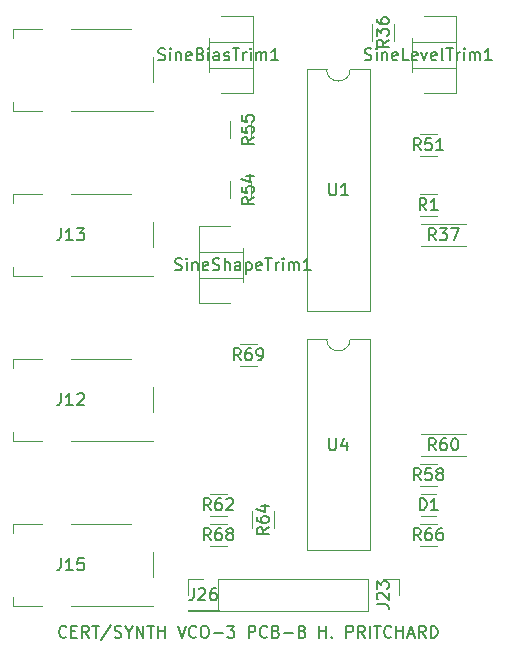
<source format=gbr>
%TF.GenerationSoftware,KiCad,Pcbnew,(6.0.5)*%
%TF.CreationDate,2023-05-17T00:25:04-04:00*%
%TF.ProjectId,as3340_no_mux,61733333-3430-45f6-9e6f-5f6d75782e6b,rev?*%
%TF.SameCoordinates,Original*%
%TF.FileFunction,Legend,Top*%
%TF.FilePolarity,Positive*%
%FSLAX46Y46*%
G04 Gerber Fmt 4.6, Leading zero omitted, Abs format (unit mm)*
G04 Created by KiCad (PCBNEW (6.0.5)) date 2023-05-17 00:25:04*
%MOMM*%
%LPD*%
G01*
G04 APERTURE LIST*
%ADD10C,0.150000*%
%ADD11C,0.120000*%
G04 APERTURE END LIST*
D10*
X95085238Y-155932142D02*
X95037619Y-155979761D01*
X94894761Y-156027380D01*
X94799523Y-156027380D01*
X94656666Y-155979761D01*
X94561428Y-155884523D01*
X94513809Y-155789285D01*
X94466190Y-155598809D01*
X94466190Y-155455952D01*
X94513809Y-155265476D01*
X94561428Y-155170238D01*
X94656666Y-155075000D01*
X94799523Y-155027380D01*
X94894761Y-155027380D01*
X95037619Y-155075000D01*
X95085238Y-155122619D01*
X95513809Y-155503571D02*
X95847142Y-155503571D01*
X95990000Y-156027380D02*
X95513809Y-156027380D01*
X95513809Y-155027380D01*
X95990000Y-155027380D01*
X96990000Y-156027380D02*
X96656666Y-155551190D01*
X96418571Y-156027380D02*
X96418571Y-155027380D01*
X96799523Y-155027380D01*
X96894761Y-155075000D01*
X96942380Y-155122619D01*
X96990000Y-155217857D01*
X96990000Y-155360714D01*
X96942380Y-155455952D01*
X96894761Y-155503571D01*
X96799523Y-155551190D01*
X96418571Y-155551190D01*
X97275714Y-155027380D02*
X97847142Y-155027380D01*
X97561428Y-156027380D02*
X97561428Y-155027380D01*
X98894761Y-154979761D02*
X98037619Y-156265476D01*
X99180476Y-155979761D02*
X99323333Y-156027380D01*
X99561428Y-156027380D01*
X99656666Y-155979761D01*
X99704285Y-155932142D01*
X99751904Y-155836904D01*
X99751904Y-155741666D01*
X99704285Y-155646428D01*
X99656666Y-155598809D01*
X99561428Y-155551190D01*
X99370952Y-155503571D01*
X99275714Y-155455952D01*
X99228095Y-155408333D01*
X99180476Y-155313095D01*
X99180476Y-155217857D01*
X99228095Y-155122619D01*
X99275714Y-155075000D01*
X99370952Y-155027380D01*
X99609047Y-155027380D01*
X99751904Y-155075000D01*
X100370952Y-155551190D02*
X100370952Y-156027380D01*
X100037619Y-155027380D02*
X100370952Y-155551190D01*
X100704285Y-155027380D01*
X101037619Y-156027380D02*
X101037619Y-155027380D01*
X101609047Y-156027380D01*
X101609047Y-155027380D01*
X101942380Y-155027380D02*
X102513809Y-155027380D01*
X102228095Y-156027380D02*
X102228095Y-155027380D01*
X102847142Y-156027380D02*
X102847142Y-155027380D01*
X102847142Y-155503571D02*
X103418571Y-155503571D01*
X103418571Y-156027380D02*
X103418571Y-155027380D01*
X104513809Y-155027380D02*
X104847142Y-156027380D01*
X105180476Y-155027380D01*
X106085238Y-155932142D02*
X106037619Y-155979761D01*
X105894761Y-156027380D01*
X105799523Y-156027380D01*
X105656666Y-155979761D01*
X105561428Y-155884523D01*
X105513809Y-155789285D01*
X105466190Y-155598809D01*
X105466190Y-155455952D01*
X105513809Y-155265476D01*
X105561428Y-155170238D01*
X105656666Y-155075000D01*
X105799523Y-155027380D01*
X105894761Y-155027380D01*
X106037619Y-155075000D01*
X106085238Y-155122619D01*
X106704285Y-155027380D02*
X106894761Y-155027380D01*
X106990000Y-155075000D01*
X107085238Y-155170238D01*
X107132857Y-155360714D01*
X107132857Y-155694047D01*
X107085238Y-155884523D01*
X106990000Y-155979761D01*
X106894761Y-156027380D01*
X106704285Y-156027380D01*
X106609047Y-155979761D01*
X106513809Y-155884523D01*
X106466190Y-155694047D01*
X106466190Y-155360714D01*
X106513809Y-155170238D01*
X106609047Y-155075000D01*
X106704285Y-155027380D01*
X107561428Y-155646428D02*
X108323333Y-155646428D01*
X108704285Y-155027380D02*
X109323333Y-155027380D01*
X108990000Y-155408333D01*
X109132857Y-155408333D01*
X109228095Y-155455952D01*
X109275714Y-155503571D01*
X109323333Y-155598809D01*
X109323333Y-155836904D01*
X109275714Y-155932142D01*
X109228095Y-155979761D01*
X109132857Y-156027380D01*
X108847142Y-156027380D01*
X108751904Y-155979761D01*
X108704285Y-155932142D01*
X110513809Y-156027380D02*
X110513809Y-155027380D01*
X110894761Y-155027380D01*
X110990000Y-155075000D01*
X111037619Y-155122619D01*
X111085238Y-155217857D01*
X111085238Y-155360714D01*
X111037619Y-155455952D01*
X110990000Y-155503571D01*
X110894761Y-155551190D01*
X110513809Y-155551190D01*
X112085238Y-155932142D02*
X112037619Y-155979761D01*
X111894761Y-156027380D01*
X111799523Y-156027380D01*
X111656666Y-155979761D01*
X111561428Y-155884523D01*
X111513809Y-155789285D01*
X111466190Y-155598809D01*
X111466190Y-155455952D01*
X111513809Y-155265476D01*
X111561428Y-155170238D01*
X111656666Y-155075000D01*
X111799523Y-155027380D01*
X111894761Y-155027380D01*
X112037619Y-155075000D01*
X112085238Y-155122619D01*
X112847142Y-155503571D02*
X112990000Y-155551190D01*
X113037619Y-155598809D01*
X113085238Y-155694047D01*
X113085238Y-155836904D01*
X113037619Y-155932142D01*
X112990000Y-155979761D01*
X112894761Y-156027380D01*
X112513809Y-156027380D01*
X112513809Y-155027380D01*
X112847142Y-155027380D01*
X112942380Y-155075000D01*
X112990000Y-155122619D01*
X113037619Y-155217857D01*
X113037619Y-155313095D01*
X112990000Y-155408333D01*
X112942380Y-155455952D01*
X112847142Y-155503571D01*
X112513809Y-155503571D01*
X113513809Y-155646428D02*
X114275714Y-155646428D01*
X115085238Y-155503571D02*
X115228095Y-155551190D01*
X115275714Y-155598809D01*
X115323333Y-155694047D01*
X115323333Y-155836904D01*
X115275714Y-155932142D01*
X115228095Y-155979761D01*
X115132857Y-156027380D01*
X114751904Y-156027380D01*
X114751904Y-155027380D01*
X115085238Y-155027380D01*
X115180476Y-155075000D01*
X115228095Y-155122619D01*
X115275714Y-155217857D01*
X115275714Y-155313095D01*
X115228095Y-155408333D01*
X115180476Y-155455952D01*
X115085238Y-155503571D01*
X114751904Y-155503571D01*
X116513809Y-156027380D02*
X116513809Y-155027380D01*
X116513809Y-155503571D02*
X117085238Y-155503571D01*
X117085238Y-156027380D02*
X117085238Y-155027380D01*
X117561428Y-155932142D02*
X117609047Y-155979761D01*
X117561428Y-156027380D01*
X117513809Y-155979761D01*
X117561428Y-155932142D01*
X117561428Y-156027380D01*
X118799523Y-156027380D02*
X118799523Y-155027380D01*
X119180476Y-155027380D01*
X119275714Y-155075000D01*
X119323333Y-155122619D01*
X119370952Y-155217857D01*
X119370952Y-155360714D01*
X119323333Y-155455952D01*
X119275714Y-155503571D01*
X119180476Y-155551190D01*
X118799523Y-155551190D01*
X120370952Y-156027380D02*
X120037619Y-155551190D01*
X119799523Y-156027380D02*
X119799523Y-155027380D01*
X120180476Y-155027380D01*
X120275714Y-155075000D01*
X120323333Y-155122619D01*
X120370952Y-155217857D01*
X120370952Y-155360714D01*
X120323333Y-155455952D01*
X120275714Y-155503571D01*
X120180476Y-155551190D01*
X119799523Y-155551190D01*
X120799523Y-156027380D02*
X120799523Y-155027380D01*
X121132857Y-155027380D02*
X121704285Y-155027380D01*
X121418571Y-156027380D02*
X121418571Y-155027380D01*
X122609047Y-155932142D02*
X122561428Y-155979761D01*
X122418571Y-156027380D01*
X122323333Y-156027380D01*
X122180476Y-155979761D01*
X122085238Y-155884523D01*
X122037619Y-155789285D01*
X121990000Y-155598809D01*
X121990000Y-155455952D01*
X122037619Y-155265476D01*
X122085238Y-155170238D01*
X122180476Y-155075000D01*
X122323333Y-155027380D01*
X122418571Y-155027380D01*
X122561428Y-155075000D01*
X122609047Y-155122619D01*
X123037619Y-156027380D02*
X123037619Y-155027380D01*
X123037619Y-155503571D02*
X123609047Y-155503571D01*
X123609047Y-156027380D02*
X123609047Y-155027380D01*
X124037619Y-155741666D02*
X124513809Y-155741666D01*
X123942380Y-156027380D02*
X124275714Y-155027380D01*
X124609047Y-156027380D01*
X125513809Y-156027380D02*
X125180476Y-155551190D01*
X124942380Y-156027380D02*
X124942380Y-155027380D01*
X125323333Y-155027380D01*
X125418571Y-155075000D01*
X125466190Y-155122619D01*
X125513809Y-155217857D01*
X125513809Y-155360714D01*
X125466190Y-155455952D01*
X125418571Y-155503571D01*
X125323333Y-155551190D01*
X124942380Y-155551190D01*
X125942380Y-156027380D02*
X125942380Y-155027380D01*
X126180476Y-155027380D01*
X126323333Y-155075000D01*
X126418571Y-155170238D01*
X126466190Y-155265476D01*
X126513809Y-155455952D01*
X126513809Y-155598809D01*
X126466190Y-155789285D01*
X126418571Y-155884523D01*
X126323333Y-155979761D01*
X126180476Y-156027380D01*
X125942380Y-156027380D01*
%TO.C,SineShapeTrim1*%
X104292904Y-124864261D02*
X104435761Y-124911880D01*
X104673857Y-124911880D01*
X104769095Y-124864261D01*
X104816714Y-124816642D01*
X104864333Y-124721404D01*
X104864333Y-124626166D01*
X104816714Y-124530928D01*
X104769095Y-124483309D01*
X104673857Y-124435690D01*
X104483380Y-124388071D01*
X104388142Y-124340452D01*
X104340523Y-124292833D01*
X104292904Y-124197595D01*
X104292904Y-124102357D01*
X104340523Y-124007119D01*
X104388142Y-123959500D01*
X104483380Y-123911880D01*
X104721476Y-123911880D01*
X104864333Y-123959500D01*
X105292904Y-124911880D02*
X105292904Y-124245214D01*
X105292904Y-123911880D02*
X105245285Y-123959500D01*
X105292904Y-124007119D01*
X105340523Y-123959500D01*
X105292904Y-123911880D01*
X105292904Y-124007119D01*
X105769095Y-124245214D02*
X105769095Y-124911880D01*
X105769095Y-124340452D02*
X105816714Y-124292833D01*
X105911952Y-124245214D01*
X106054809Y-124245214D01*
X106150047Y-124292833D01*
X106197666Y-124388071D01*
X106197666Y-124911880D01*
X107054809Y-124864261D02*
X106959571Y-124911880D01*
X106769095Y-124911880D01*
X106673857Y-124864261D01*
X106626238Y-124769023D01*
X106626238Y-124388071D01*
X106673857Y-124292833D01*
X106769095Y-124245214D01*
X106959571Y-124245214D01*
X107054809Y-124292833D01*
X107102428Y-124388071D01*
X107102428Y-124483309D01*
X106626238Y-124578547D01*
X107483380Y-124864261D02*
X107626238Y-124911880D01*
X107864333Y-124911880D01*
X107959571Y-124864261D01*
X108007190Y-124816642D01*
X108054809Y-124721404D01*
X108054809Y-124626166D01*
X108007190Y-124530928D01*
X107959571Y-124483309D01*
X107864333Y-124435690D01*
X107673857Y-124388071D01*
X107578619Y-124340452D01*
X107531000Y-124292833D01*
X107483380Y-124197595D01*
X107483380Y-124102357D01*
X107531000Y-124007119D01*
X107578619Y-123959500D01*
X107673857Y-123911880D01*
X107911952Y-123911880D01*
X108054809Y-123959500D01*
X108483380Y-124911880D02*
X108483380Y-123911880D01*
X108911952Y-124911880D02*
X108911952Y-124388071D01*
X108864333Y-124292833D01*
X108769095Y-124245214D01*
X108626238Y-124245214D01*
X108531000Y-124292833D01*
X108483380Y-124340452D01*
X109816714Y-124911880D02*
X109816714Y-124388071D01*
X109769095Y-124292833D01*
X109673857Y-124245214D01*
X109483380Y-124245214D01*
X109388142Y-124292833D01*
X109816714Y-124864261D02*
X109721476Y-124911880D01*
X109483380Y-124911880D01*
X109388142Y-124864261D01*
X109340523Y-124769023D01*
X109340523Y-124673785D01*
X109388142Y-124578547D01*
X109483380Y-124530928D01*
X109721476Y-124530928D01*
X109816714Y-124483309D01*
X110292904Y-124245214D02*
X110292904Y-125245214D01*
X110292904Y-124292833D02*
X110388142Y-124245214D01*
X110578619Y-124245214D01*
X110673857Y-124292833D01*
X110721476Y-124340452D01*
X110769095Y-124435690D01*
X110769095Y-124721404D01*
X110721476Y-124816642D01*
X110673857Y-124864261D01*
X110578619Y-124911880D01*
X110388142Y-124911880D01*
X110292904Y-124864261D01*
X111578619Y-124864261D02*
X111483380Y-124911880D01*
X111292904Y-124911880D01*
X111197666Y-124864261D01*
X111150047Y-124769023D01*
X111150047Y-124388071D01*
X111197666Y-124292833D01*
X111292904Y-124245214D01*
X111483380Y-124245214D01*
X111578619Y-124292833D01*
X111626238Y-124388071D01*
X111626238Y-124483309D01*
X111150047Y-124578547D01*
X111911952Y-123911880D02*
X112483380Y-123911880D01*
X112197666Y-124911880D02*
X112197666Y-123911880D01*
X112816714Y-124911880D02*
X112816714Y-124245214D01*
X112816714Y-124435690D02*
X112864333Y-124340452D01*
X112911952Y-124292833D01*
X113007190Y-124245214D01*
X113102428Y-124245214D01*
X113435761Y-124911880D02*
X113435761Y-124245214D01*
X113435761Y-123911880D02*
X113388142Y-123959500D01*
X113435761Y-124007119D01*
X113483380Y-123959500D01*
X113435761Y-123911880D01*
X113435761Y-124007119D01*
X113911952Y-124911880D02*
X113911952Y-124245214D01*
X113911952Y-124340452D02*
X113959571Y-124292833D01*
X114054809Y-124245214D01*
X114197666Y-124245214D01*
X114292904Y-124292833D01*
X114340523Y-124388071D01*
X114340523Y-124911880D01*
X114340523Y-124388071D02*
X114388142Y-124292833D01*
X114483380Y-124245214D01*
X114626238Y-124245214D01*
X114721476Y-124292833D01*
X114769095Y-124388071D01*
X114769095Y-124911880D01*
X115769095Y-124911880D02*
X115197666Y-124911880D01*
X115483380Y-124911880D02*
X115483380Y-123911880D01*
X115388142Y-124054738D01*
X115292904Y-124149976D01*
X115197666Y-124197595D01*
%TO.C,J26*%
X105870476Y-151852380D02*
X105870476Y-152566666D01*
X105822857Y-152709523D01*
X105727619Y-152804761D01*
X105584761Y-152852380D01*
X105489523Y-152852380D01*
X106299047Y-151947619D02*
X106346666Y-151900000D01*
X106441904Y-151852380D01*
X106680000Y-151852380D01*
X106775238Y-151900000D01*
X106822857Y-151947619D01*
X106870476Y-152042857D01*
X106870476Y-152138095D01*
X106822857Y-152280952D01*
X106251428Y-152852380D01*
X106870476Y-152852380D01*
X107727619Y-151852380D02*
X107537142Y-151852380D01*
X107441904Y-151900000D01*
X107394285Y-151947619D01*
X107299047Y-152090476D01*
X107251428Y-152280952D01*
X107251428Y-152661904D01*
X107299047Y-152757142D01*
X107346666Y-152804761D01*
X107441904Y-152852380D01*
X107632380Y-152852380D01*
X107727619Y-152804761D01*
X107775238Y-152757142D01*
X107822857Y-152661904D01*
X107822857Y-152423809D01*
X107775238Y-152328571D01*
X107727619Y-152280952D01*
X107632380Y-152233333D01*
X107441904Y-152233333D01*
X107346666Y-152280952D01*
X107299047Y-152328571D01*
X107251428Y-152423809D01*
%TO.C,R64*%
X112212380Y-146692857D02*
X111736190Y-147026190D01*
X112212380Y-147264285D02*
X111212380Y-147264285D01*
X111212380Y-146883333D01*
X111260000Y-146788095D01*
X111307619Y-146740476D01*
X111402857Y-146692857D01*
X111545714Y-146692857D01*
X111640952Y-146740476D01*
X111688571Y-146788095D01*
X111736190Y-146883333D01*
X111736190Y-147264285D01*
X111212380Y-145835714D02*
X111212380Y-146026190D01*
X111260000Y-146121428D01*
X111307619Y-146169047D01*
X111450476Y-146264285D01*
X111640952Y-146311904D01*
X112021904Y-146311904D01*
X112117142Y-146264285D01*
X112164761Y-146216666D01*
X112212380Y-146121428D01*
X112212380Y-145930952D01*
X112164761Y-145835714D01*
X112117142Y-145788095D01*
X112021904Y-145740476D01*
X111783809Y-145740476D01*
X111688571Y-145788095D01*
X111640952Y-145835714D01*
X111593333Y-145930952D01*
X111593333Y-146121428D01*
X111640952Y-146216666D01*
X111688571Y-146264285D01*
X111783809Y-146311904D01*
X111545714Y-144883333D02*
X112212380Y-144883333D01*
X111164761Y-145121428D02*
X111879047Y-145359523D01*
X111879047Y-144740476D01*
%TO.C,J12*%
X94640476Y-135342380D02*
X94640476Y-136056666D01*
X94592857Y-136199523D01*
X94497619Y-136294761D01*
X94354761Y-136342380D01*
X94259523Y-136342380D01*
X95640476Y-136342380D02*
X95069047Y-136342380D01*
X95354761Y-136342380D02*
X95354761Y-135342380D01*
X95259523Y-135485238D01*
X95164285Y-135580476D01*
X95069047Y-135628095D01*
X96021428Y-135437619D02*
X96069047Y-135390000D01*
X96164285Y-135342380D01*
X96402380Y-135342380D01*
X96497619Y-135390000D01*
X96545238Y-135437619D01*
X96592857Y-135532857D01*
X96592857Y-135628095D01*
X96545238Y-135770952D01*
X95973809Y-136342380D01*
X96592857Y-136342380D01*
%TO.C,U4*%
X117348095Y-139152380D02*
X117348095Y-139961904D01*
X117395714Y-140057142D01*
X117443333Y-140104761D01*
X117538571Y-140152380D01*
X117729047Y-140152380D01*
X117824285Y-140104761D01*
X117871904Y-140057142D01*
X117919523Y-139961904D01*
X117919523Y-139152380D01*
X118824285Y-139485714D02*
X118824285Y-140152380D01*
X118586190Y-139104761D02*
X118348095Y-139819047D01*
X118967142Y-139819047D01*
%TO.C,R60*%
X126357142Y-140152380D02*
X126023809Y-139676190D01*
X125785714Y-140152380D02*
X125785714Y-139152380D01*
X126166666Y-139152380D01*
X126261904Y-139200000D01*
X126309523Y-139247619D01*
X126357142Y-139342857D01*
X126357142Y-139485714D01*
X126309523Y-139580952D01*
X126261904Y-139628571D01*
X126166666Y-139676190D01*
X125785714Y-139676190D01*
X127214285Y-139152380D02*
X127023809Y-139152380D01*
X126928571Y-139200000D01*
X126880952Y-139247619D01*
X126785714Y-139390476D01*
X126738095Y-139580952D01*
X126738095Y-139961904D01*
X126785714Y-140057142D01*
X126833333Y-140104761D01*
X126928571Y-140152380D01*
X127119047Y-140152380D01*
X127214285Y-140104761D01*
X127261904Y-140057142D01*
X127309523Y-139961904D01*
X127309523Y-139723809D01*
X127261904Y-139628571D01*
X127214285Y-139580952D01*
X127119047Y-139533333D01*
X126928571Y-139533333D01*
X126833333Y-139580952D01*
X126785714Y-139628571D01*
X126738095Y-139723809D01*
X127928571Y-139152380D02*
X128023809Y-139152380D01*
X128119047Y-139200000D01*
X128166666Y-139247619D01*
X128214285Y-139342857D01*
X128261904Y-139533333D01*
X128261904Y-139771428D01*
X128214285Y-139961904D01*
X128166666Y-140057142D01*
X128119047Y-140104761D01*
X128023809Y-140152380D01*
X127928571Y-140152380D01*
X127833333Y-140104761D01*
X127785714Y-140057142D01*
X127738095Y-139961904D01*
X127690476Y-139771428D01*
X127690476Y-139533333D01*
X127738095Y-139342857D01*
X127785714Y-139247619D01*
X127833333Y-139200000D01*
X127928571Y-139152380D01*
%TO.C,D1*%
X125011904Y-145232380D02*
X125011904Y-144232380D01*
X125250000Y-144232380D01*
X125392857Y-144280000D01*
X125488095Y-144375238D01*
X125535714Y-144470476D01*
X125583333Y-144660952D01*
X125583333Y-144803809D01*
X125535714Y-144994285D01*
X125488095Y-145089523D01*
X125392857Y-145184761D01*
X125250000Y-145232380D01*
X125011904Y-145232380D01*
X126535714Y-145232380D02*
X125964285Y-145232380D01*
X126250000Y-145232380D02*
X126250000Y-144232380D01*
X126154761Y-144375238D01*
X126059523Y-144470476D01*
X125964285Y-144518095D01*
%TO.C,R66*%
X125087142Y-147772380D02*
X124753809Y-147296190D01*
X124515714Y-147772380D02*
X124515714Y-146772380D01*
X124896666Y-146772380D01*
X124991904Y-146820000D01*
X125039523Y-146867619D01*
X125087142Y-146962857D01*
X125087142Y-147105714D01*
X125039523Y-147200952D01*
X124991904Y-147248571D01*
X124896666Y-147296190D01*
X124515714Y-147296190D01*
X125944285Y-146772380D02*
X125753809Y-146772380D01*
X125658571Y-146820000D01*
X125610952Y-146867619D01*
X125515714Y-147010476D01*
X125468095Y-147200952D01*
X125468095Y-147581904D01*
X125515714Y-147677142D01*
X125563333Y-147724761D01*
X125658571Y-147772380D01*
X125849047Y-147772380D01*
X125944285Y-147724761D01*
X125991904Y-147677142D01*
X126039523Y-147581904D01*
X126039523Y-147343809D01*
X125991904Y-147248571D01*
X125944285Y-147200952D01*
X125849047Y-147153333D01*
X125658571Y-147153333D01*
X125563333Y-147200952D01*
X125515714Y-147248571D01*
X125468095Y-147343809D01*
X126896666Y-146772380D02*
X126706190Y-146772380D01*
X126610952Y-146820000D01*
X126563333Y-146867619D01*
X126468095Y-147010476D01*
X126420476Y-147200952D01*
X126420476Y-147581904D01*
X126468095Y-147677142D01*
X126515714Y-147724761D01*
X126610952Y-147772380D01*
X126801428Y-147772380D01*
X126896666Y-147724761D01*
X126944285Y-147677142D01*
X126991904Y-147581904D01*
X126991904Y-147343809D01*
X126944285Y-147248571D01*
X126896666Y-147200952D01*
X126801428Y-147153333D01*
X126610952Y-147153333D01*
X126515714Y-147200952D01*
X126468095Y-147248571D01*
X126420476Y-147343809D01*
%TO.C,J23*%
X121372380Y-153209523D02*
X122086666Y-153209523D01*
X122229523Y-153257142D01*
X122324761Y-153352380D01*
X122372380Y-153495238D01*
X122372380Y-153590476D01*
X121467619Y-152780952D02*
X121420000Y-152733333D01*
X121372380Y-152638095D01*
X121372380Y-152400000D01*
X121420000Y-152304761D01*
X121467619Y-152257142D01*
X121562857Y-152209523D01*
X121658095Y-152209523D01*
X121800952Y-152257142D01*
X122372380Y-152828571D01*
X122372380Y-152209523D01*
X121372380Y-151876190D02*
X121372380Y-151257142D01*
X121753333Y-151590476D01*
X121753333Y-151447619D01*
X121800952Y-151352380D01*
X121848571Y-151304761D01*
X121943809Y-151257142D01*
X122181904Y-151257142D01*
X122277142Y-151304761D01*
X122324761Y-151352380D01*
X122372380Y-151447619D01*
X122372380Y-151733333D01*
X122324761Y-151828571D01*
X122277142Y-151876190D01*
%TO.C,R55*%
X110942380Y-113672857D02*
X110466190Y-114006190D01*
X110942380Y-114244285D02*
X109942380Y-114244285D01*
X109942380Y-113863333D01*
X109990000Y-113768095D01*
X110037619Y-113720476D01*
X110132857Y-113672857D01*
X110275714Y-113672857D01*
X110370952Y-113720476D01*
X110418571Y-113768095D01*
X110466190Y-113863333D01*
X110466190Y-114244285D01*
X109942380Y-112768095D02*
X109942380Y-113244285D01*
X110418571Y-113291904D01*
X110370952Y-113244285D01*
X110323333Y-113149047D01*
X110323333Y-112910952D01*
X110370952Y-112815714D01*
X110418571Y-112768095D01*
X110513809Y-112720476D01*
X110751904Y-112720476D01*
X110847142Y-112768095D01*
X110894761Y-112815714D01*
X110942380Y-112910952D01*
X110942380Y-113149047D01*
X110894761Y-113244285D01*
X110847142Y-113291904D01*
X109942380Y-111815714D02*
X109942380Y-112291904D01*
X110418571Y-112339523D01*
X110370952Y-112291904D01*
X110323333Y-112196666D01*
X110323333Y-111958571D01*
X110370952Y-111863333D01*
X110418571Y-111815714D01*
X110513809Y-111768095D01*
X110751904Y-111768095D01*
X110847142Y-111815714D01*
X110894761Y-111863333D01*
X110942380Y-111958571D01*
X110942380Y-112196666D01*
X110894761Y-112291904D01*
X110847142Y-112339523D01*
%TO.C,R54*%
X110942380Y-118752857D02*
X110466190Y-119086190D01*
X110942380Y-119324285D02*
X109942380Y-119324285D01*
X109942380Y-118943333D01*
X109990000Y-118848095D01*
X110037619Y-118800476D01*
X110132857Y-118752857D01*
X110275714Y-118752857D01*
X110370952Y-118800476D01*
X110418571Y-118848095D01*
X110466190Y-118943333D01*
X110466190Y-119324285D01*
X109942380Y-117848095D02*
X109942380Y-118324285D01*
X110418571Y-118371904D01*
X110370952Y-118324285D01*
X110323333Y-118229047D01*
X110323333Y-117990952D01*
X110370952Y-117895714D01*
X110418571Y-117848095D01*
X110513809Y-117800476D01*
X110751904Y-117800476D01*
X110847142Y-117848095D01*
X110894761Y-117895714D01*
X110942380Y-117990952D01*
X110942380Y-118229047D01*
X110894761Y-118324285D01*
X110847142Y-118371904D01*
X110275714Y-116943333D02*
X110942380Y-116943333D01*
X109894761Y-117181428D02*
X110609047Y-117419523D01*
X110609047Y-116800476D01*
%TO.C,R1*%
X125563333Y-119832380D02*
X125230000Y-119356190D01*
X124991904Y-119832380D02*
X124991904Y-118832380D01*
X125372857Y-118832380D01*
X125468095Y-118880000D01*
X125515714Y-118927619D01*
X125563333Y-119022857D01*
X125563333Y-119165714D01*
X125515714Y-119260952D01*
X125468095Y-119308571D01*
X125372857Y-119356190D01*
X124991904Y-119356190D01*
X126515714Y-119832380D02*
X125944285Y-119832380D01*
X126230000Y-119832380D02*
X126230000Y-118832380D01*
X126134761Y-118975238D01*
X126039523Y-119070476D01*
X125944285Y-119118095D01*
%TO.C,R62*%
X107307142Y-145232380D02*
X106973809Y-144756190D01*
X106735714Y-145232380D02*
X106735714Y-144232380D01*
X107116666Y-144232380D01*
X107211904Y-144280000D01*
X107259523Y-144327619D01*
X107307142Y-144422857D01*
X107307142Y-144565714D01*
X107259523Y-144660952D01*
X107211904Y-144708571D01*
X107116666Y-144756190D01*
X106735714Y-144756190D01*
X108164285Y-144232380D02*
X107973809Y-144232380D01*
X107878571Y-144280000D01*
X107830952Y-144327619D01*
X107735714Y-144470476D01*
X107688095Y-144660952D01*
X107688095Y-145041904D01*
X107735714Y-145137142D01*
X107783333Y-145184761D01*
X107878571Y-145232380D01*
X108069047Y-145232380D01*
X108164285Y-145184761D01*
X108211904Y-145137142D01*
X108259523Y-145041904D01*
X108259523Y-144803809D01*
X108211904Y-144708571D01*
X108164285Y-144660952D01*
X108069047Y-144613333D01*
X107878571Y-144613333D01*
X107783333Y-144660952D01*
X107735714Y-144708571D01*
X107688095Y-144803809D01*
X108640476Y-144327619D02*
X108688095Y-144280000D01*
X108783333Y-144232380D01*
X109021428Y-144232380D01*
X109116666Y-144280000D01*
X109164285Y-144327619D01*
X109211904Y-144422857D01*
X109211904Y-144518095D01*
X109164285Y-144660952D01*
X108592857Y-145232380D01*
X109211904Y-145232380D01*
%TO.C,U1*%
X117358095Y-117562380D02*
X117358095Y-118371904D01*
X117405714Y-118467142D01*
X117453333Y-118514761D01*
X117548571Y-118562380D01*
X117739047Y-118562380D01*
X117834285Y-118514761D01*
X117881904Y-118467142D01*
X117929523Y-118371904D01*
X117929523Y-117562380D01*
X118929523Y-118562380D02*
X118358095Y-118562380D01*
X118643809Y-118562380D02*
X118643809Y-117562380D01*
X118548571Y-117705238D01*
X118453333Y-117800476D01*
X118358095Y-117848095D01*
%TO.C,SineBiasTrim1*%
X102878571Y-107084761D02*
X103021428Y-107132380D01*
X103259523Y-107132380D01*
X103354761Y-107084761D01*
X103402380Y-107037142D01*
X103450000Y-106941904D01*
X103450000Y-106846666D01*
X103402380Y-106751428D01*
X103354761Y-106703809D01*
X103259523Y-106656190D01*
X103069047Y-106608571D01*
X102973809Y-106560952D01*
X102926190Y-106513333D01*
X102878571Y-106418095D01*
X102878571Y-106322857D01*
X102926190Y-106227619D01*
X102973809Y-106180000D01*
X103069047Y-106132380D01*
X103307142Y-106132380D01*
X103450000Y-106180000D01*
X103878571Y-107132380D02*
X103878571Y-106465714D01*
X103878571Y-106132380D02*
X103830952Y-106180000D01*
X103878571Y-106227619D01*
X103926190Y-106180000D01*
X103878571Y-106132380D01*
X103878571Y-106227619D01*
X104354761Y-106465714D02*
X104354761Y-107132380D01*
X104354761Y-106560952D02*
X104402380Y-106513333D01*
X104497619Y-106465714D01*
X104640476Y-106465714D01*
X104735714Y-106513333D01*
X104783333Y-106608571D01*
X104783333Y-107132380D01*
X105640476Y-107084761D02*
X105545238Y-107132380D01*
X105354761Y-107132380D01*
X105259523Y-107084761D01*
X105211904Y-106989523D01*
X105211904Y-106608571D01*
X105259523Y-106513333D01*
X105354761Y-106465714D01*
X105545238Y-106465714D01*
X105640476Y-106513333D01*
X105688095Y-106608571D01*
X105688095Y-106703809D01*
X105211904Y-106799047D01*
X106450000Y-106608571D02*
X106592857Y-106656190D01*
X106640476Y-106703809D01*
X106688095Y-106799047D01*
X106688095Y-106941904D01*
X106640476Y-107037142D01*
X106592857Y-107084761D01*
X106497619Y-107132380D01*
X106116666Y-107132380D01*
X106116666Y-106132380D01*
X106450000Y-106132380D01*
X106545238Y-106180000D01*
X106592857Y-106227619D01*
X106640476Y-106322857D01*
X106640476Y-106418095D01*
X106592857Y-106513333D01*
X106545238Y-106560952D01*
X106450000Y-106608571D01*
X106116666Y-106608571D01*
X107116666Y-107132380D02*
X107116666Y-106465714D01*
X107116666Y-106132380D02*
X107069047Y-106180000D01*
X107116666Y-106227619D01*
X107164285Y-106180000D01*
X107116666Y-106132380D01*
X107116666Y-106227619D01*
X108021428Y-107132380D02*
X108021428Y-106608571D01*
X107973809Y-106513333D01*
X107878571Y-106465714D01*
X107688095Y-106465714D01*
X107592857Y-106513333D01*
X108021428Y-107084761D02*
X107926190Y-107132380D01*
X107688095Y-107132380D01*
X107592857Y-107084761D01*
X107545238Y-106989523D01*
X107545238Y-106894285D01*
X107592857Y-106799047D01*
X107688095Y-106751428D01*
X107926190Y-106751428D01*
X108021428Y-106703809D01*
X108450000Y-107084761D02*
X108545238Y-107132380D01*
X108735714Y-107132380D01*
X108830952Y-107084761D01*
X108878571Y-106989523D01*
X108878571Y-106941904D01*
X108830952Y-106846666D01*
X108735714Y-106799047D01*
X108592857Y-106799047D01*
X108497619Y-106751428D01*
X108450000Y-106656190D01*
X108450000Y-106608571D01*
X108497619Y-106513333D01*
X108592857Y-106465714D01*
X108735714Y-106465714D01*
X108830952Y-106513333D01*
X109164285Y-106132380D02*
X109735714Y-106132380D01*
X109450000Y-107132380D02*
X109450000Y-106132380D01*
X110069047Y-107132380D02*
X110069047Y-106465714D01*
X110069047Y-106656190D02*
X110116666Y-106560952D01*
X110164285Y-106513333D01*
X110259523Y-106465714D01*
X110354761Y-106465714D01*
X110688095Y-107132380D02*
X110688095Y-106465714D01*
X110688095Y-106132380D02*
X110640476Y-106180000D01*
X110688095Y-106227619D01*
X110735714Y-106180000D01*
X110688095Y-106132380D01*
X110688095Y-106227619D01*
X111164285Y-107132380D02*
X111164285Y-106465714D01*
X111164285Y-106560952D02*
X111211904Y-106513333D01*
X111307142Y-106465714D01*
X111450000Y-106465714D01*
X111545238Y-106513333D01*
X111592857Y-106608571D01*
X111592857Y-107132380D01*
X111592857Y-106608571D02*
X111640476Y-106513333D01*
X111735714Y-106465714D01*
X111878571Y-106465714D01*
X111973809Y-106513333D01*
X112021428Y-106608571D01*
X112021428Y-107132380D01*
X113021428Y-107132380D02*
X112450000Y-107132380D01*
X112735714Y-107132380D02*
X112735714Y-106132380D01*
X112640476Y-106275238D01*
X112545238Y-106370476D01*
X112450000Y-106418095D01*
%TO.C,R69*%
X109847142Y-132532380D02*
X109513809Y-132056190D01*
X109275714Y-132532380D02*
X109275714Y-131532380D01*
X109656666Y-131532380D01*
X109751904Y-131580000D01*
X109799523Y-131627619D01*
X109847142Y-131722857D01*
X109847142Y-131865714D01*
X109799523Y-131960952D01*
X109751904Y-132008571D01*
X109656666Y-132056190D01*
X109275714Y-132056190D01*
X110704285Y-131532380D02*
X110513809Y-131532380D01*
X110418571Y-131580000D01*
X110370952Y-131627619D01*
X110275714Y-131770476D01*
X110228095Y-131960952D01*
X110228095Y-132341904D01*
X110275714Y-132437142D01*
X110323333Y-132484761D01*
X110418571Y-132532380D01*
X110609047Y-132532380D01*
X110704285Y-132484761D01*
X110751904Y-132437142D01*
X110799523Y-132341904D01*
X110799523Y-132103809D01*
X110751904Y-132008571D01*
X110704285Y-131960952D01*
X110609047Y-131913333D01*
X110418571Y-131913333D01*
X110323333Y-131960952D01*
X110275714Y-132008571D01*
X110228095Y-132103809D01*
X111275714Y-132532380D02*
X111466190Y-132532380D01*
X111561428Y-132484761D01*
X111609047Y-132437142D01*
X111704285Y-132294285D01*
X111751904Y-132103809D01*
X111751904Y-131722857D01*
X111704285Y-131627619D01*
X111656666Y-131580000D01*
X111561428Y-131532380D01*
X111370952Y-131532380D01*
X111275714Y-131580000D01*
X111228095Y-131627619D01*
X111180476Y-131722857D01*
X111180476Y-131960952D01*
X111228095Y-132056190D01*
X111275714Y-132103809D01*
X111370952Y-132151428D01*
X111561428Y-132151428D01*
X111656666Y-132103809D01*
X111704285Y-132056190D01*
X111751904Y-131960952D01*
%TO.C,J13*%
X94640476Y-121372380D02*
X94640476Y-122086666D01*
X94592857Y-122229523D01*
X94497619Y-122324761D01*
X94354761Y-122372380D01*
X94259523Y-122372380D01*
X95640476Y-122372380D02*
X95069047Y-122372380D01*
X95354761Y-122372380D02*
X95354761Y-121372380D01*
X95259523Y-121515238D01*
X95164285Y-121610476D01*
X95069047Y-121658095D01*
X95973809Y-121372380D02*
X96592857Y-121372380D01*
X96259523Y-121753333D01*
X96402380Y-121753333D01*
X96497619Y-121800952D01*
X96545238Y-121848571D01*
X96592857Y-121943809D01*
X96592857Y-122181904D01*
X96545238Y-122277142D01*
X96497619Y-122324761D01*
X96402380Y-122372380D01*
X96116666Y-122372380D01*
X96021428Y-122324761D01*
X95973809Y-122277142D01*
%TO.C,R68*%
X107307142Y-147772380D02*
X106973809Y-147296190D01*
X106735714Y-147772380D02*
X106735714Y-146772380D01*
X107116666Y-146772380D01*
X107211904Y-146820000D01*
X107259523Y-146867619D01*
X107307142Y-146962857D01*
X107307142Y-147105714D01*
X107259523Y-147200952D01*
X107211904Y-147248571D01*
X107116666Y-147296190D01*
X106735714Y-147296190D01*
X108164285Y-146772380D02*
X107973809Y-146772380D01*
X107878571Y-146820000D01*
X107830952Y-146867619D01*
X107735714Y-147010476D01*
X107688095Y-147200952D01*
X107688095Y-147581904D01*
X107735714Y-147677142D01*
X107783333Y-147724761D01*
X107878571Y-147772380D01*
X108069047Y-147772380D01*
X108164285Y-147724761D01*
X108211904Y-147677142D01*
X108259523Y-147581904D01*
X108259523Y-147343809D01*
X108211904Y-147248571D01*
X108164285Y-147200952D01*
X108069047Y-147153333D01*
X107878571Y-147153333D01*
X107783333Y-147200952D01*
X107735714Y-147248571D01*
X107688095Y-147343809D01*
X108830952Y-147200952D02*
X108735714Y-147153333D01*
X108688095Y-147105714D01*
X108640476Y-147010476D01*
X108640476Y-146962857D01*
X108688095Y-146867619D01*
X108735714Y-146820000D01*
X108830952Y-146772380D01*
X109021428Y-146772380D01*
X109116666Y-146820000D01*
X109164285Y-146867619D01*
X109211904Y-146962857D01*
X109211904Y-147010476D01*
X109164285Y-147105714D01*
X109116666Y-147153333D01*
X109021428Y-147200952D01*
X108830952Y-147200952D01*
X108735714Y-147248571D01*
X108688095Y-147296190D01*
X108640476Y-147391428D01*
X108640476Y-147581904D01*
X108688095Y-147677142D01*
X108735714Y-147724761D01*
X108830952Y-147772380D01*
X109021428Y-147772380D01*
X109116666Y-147724761D01*
X109164285Y-147677142D01*
X109211904Y-147581904D01*
X109211904Y-147391428D01*
X109164285Y-147296190D01*
X109116666Y-147248571D01*
X109021428Y-147200952D01*
%TO.C,R37*%
X126357142Y-122372380D02*
X126023809Y-121896190D01*
X125785714Y-122372380D02*
X125785714Y-121372380D01*
X126166666Y-121372380D01*
X126261904Y-121420000D01*
X126309523Y-121467619D01*
X126357142Y-121562857D01*
X126357142Y-121705714D01*
X126309523Y-121800952D01*
X126261904Y-121848571D01*
X126166666Y-121896190D01*
X125785714Y-121896190D01*
X126690476Y-121372380D02*
X127309523Y-121372380D01*
X126976190Y-121753333D01*
X127119047Y-121753333D01*
X127214285Y-121800952D01*
X127261904Y-121848571D01*
X127309523Y-121943809D01*
X127309523Y-122181904D01*
X127261904Y-122277142D01*
X127214285Y-122324761D01*
X127119047Y-122372380D01*
X126833333Y-122372380D01*
X126738095Y-122324761D01*
X126690476Y-122277142D01*
X127642857Y-121372380D02*
X128309523Y-121372380D01*
X127880952Y-122372380D01*
%TO.C,R58*%
X125087142Y-142692380D02*
X124753809Y-142216190D01*
X124515714Y-142692380D02*
X124515714Y-141692380D01*
X124896666Y-141692380D01*
X124991904Y-141740000D01*
X125039523Y-141787619D01*
X125087142Y-141882857D01*
X125087142Y-142025714D01*
X125039523Y-142120952D01*
X124991904Y-142168571D01*
X124896666Y-142216190D01*
X124515714Y-142216190D01*
X125991904Y-141692380D02*
X125515714Y-141692380D01*
X125468095Y-142168571D01*
X125515714Y-142120952D01*
X125610952Y-142073333D01*
X125849047Y-142073333D01*
X125944285Y-142120952D01*
X125991904Y-142168571D01*
X126039523Y-142263809D01*
X126039523Y-142501904D01*
X125991904Y-142597142D01*
X125944285Y-142644761D01*
X125849047Y-142692380D01*
X125610952Y-142692380D01*
X125515714Y-142644761D01*
X125468095Y-142597142D01*
X126610952Y-142120952D02*
X126515714Y-142073333D01*
X126468095Y-142025714D01*
X126420476Y-141930476D01*
X126420476Y-141882857D01*
X126468095Y-141787619D01*
X126515714Y-141740000D01*
X126610952Y-141692380D01*
X126801428Y-141692380D01*
X126896666Y-141740000D01*
X126944285Y-141787619D01*
X126991904Y-141882857D01*
X126991904Y-141930476D01*
X126944285Y-142025714D01*
X126896666Y-142073333D01*
X126801428Y-142120952D01*
X126610952Y-142120952D01*
X126515714Y-142168571D01*
X126468095Y-142216190D01*
X126420476Y-142311428D01*
X126420476Y-142501904D01*
X126468095Y-142597142D01*
X126515714Y-142644761D01*
X126610952Y-142692380D01*
X126801428Y-142692380D01*
X126896666Y-142644761D01*
X126944285Y-142597142D01*
X126991904Y-142501904D01*
X126991904Y-142311428D01*
X126944285Y-142216190D01*
X126896666Y-142168571D01*
X126801428Y-142120952D01*
%TO.C,J15*%
X94640476Y-149312380D02*
X94640476Y-150026666D01*
X94592857Y-150169523D01*
X94497619Y-150264761D01*
X94354761Y-150312380D01*
X94259523Y-150312380D01*
X95640476Y-150312380D02*
X95069047Y-150312380D01*
X95354761Y-150312380D02*
X95354761Y-149312380D01*
X95259523Y-149455238D01*
X95164285Y-149550476D01*
X95069047Y-149598095D01*
X96545238Y-149312380D02*
X96069047Y-149312380D01*
X96021428Y-149788571D01*
X96069047Y-149740952D01*
X96164285Y-149693333D01*
X96402380Y-149693333D01*
X96497619Y-149740952D01*
X96545238Y-149788571D01*
X96592857Y-149883809D01*
X96592857Y-150121904D01*
X96545238Y-150217142D01*
X96497619Y-150264761D01*
X96402380Y-150312380D01*
X96164285Y-150312380D01*
X96069047Y-150264761D01*
X96021428Y-150217142D01*
%TO.C,R51*%
X125087142Y-114752380D02*
X124753809Y-114276190D01*
X124515714Y-114752380D02*
X124515714Y-113752380D01*
X124896666Y-113752380D01*
X124991904Y-113800000D01*
X125039523Y-113847619D01*
X125087142Y-113942857D01*
X125087142Y-114085714D01*
X125039523Y-114180952D01*
X124991904Y-114228571D01*
X124896666Y-114276190D01*
X124515714Y-114276190D01*
X125991904Y-113752380D02*
X125515714Y-113752380D01*
X125468095Y-114228571D01*
X125515714Y-114180952D01*
X125610952Y-114133333D01*
X125849047Y-114133333D01*
X125944285Y-114180952D01*
X125991904Y-114228571D01*
X126039523Y-114323809D01*
X126039523Y-114561904D01*
X125991904Y-114657142D01*
X125944285Y-114704761D01*
X125849047Y-114752380D01*
X125610952Y-114752380D01*
X125515714Y-114704761D01*
X125468095Y-114657142D01*
X126991904Y-114752380D02*
X126420476Y-114752380D01*
X126706190Y-114752380D02*
X126706190Y-113752380D01*
X126610952Y-113895238D01*
X126515714Y-113990476D01*
X126420476Y-114038095D01*
%TO.C,SineLevelTrim1*%
X120349047Y-107084761D02*
X120491904Y-107132380D01*
X120730000Y-107132380D01*
X120825238Y-107084761D01*
X120872857Y-107037142D01*
X120920476Y-106941904D01*
X120920476Y-106846666D01*
X120872857Y-106751428D01*
X120825238Y-106703809D01*
X120730000Y-106656190D01*
X120539523Y-106608571D01*
X120444285Y-106560952D01*
X120396666Y-106513333D01*
X120349047Y-106418095D01*
X120349047Y-106322857D01*
X120396666Y-106227619D01*
X120444285Y-106180000D01*
X120539523Y-106132380D01*
X120777619Y-106132380D01*
X120920476Y-106180000D01*
X121349047Y-107132380D02*
X121349047Y-106465714D01*
X121349047Y-106132380D02*
X121301428Y-106180000D01*
X121349047Y-106227619D01*
X121396666Y-106180000D01*
X121349047Y-106132380D01*
X121349047Y-106227619D01*
X121825238Y-106465714D02*
X121825238Y-107132380D01*
X121825238Y-106560952D02*
X121872857Y-106513333D01*
X121968095Y-106465714D01*
X122110952Y-106465714D01*
X122206190Y-106513333D01*
X122253809Y-106608571D01*
X122253809Y-107132380D01*
X123110952Y-107084761D02*
X123015714Y-107132380D01*
X122825238Y-107132380D01*
X122730000Y-107084761D01*
X122682380Y-106989523D01*
X122682380Y-106608571D01*
X122730000Y-106513333D01*
X122825238Y-106465714D01*
X123015714Y-106465714D01*
X123110952Y-106513333D01*
X123158571Y-106608571D01*
X123158571Y-106703809D01*
X122682380Y-106799047D01*
X124063333Y-107132380D02*
X123587142Y-107132380D01*
X123587142Y-106132380D01*
X124777619Y-107084761D02*
X124682380Y-107132380D01*
X124491904Y-107132380D01*
X124396666Y-107084761D01*
X124349047Y-106989523D01*
X124349047Y-106608571D01*
X124396666Y-106513333D01*
X124491904Y-106465714D01*
X124682380Y-106465714D01*
X124777619Y-106513333D01*
X124825238Y-106608571D01*
X124825238Y-106703809D01*
X124349047Y-106799047D01*
X125158571Y-106465714D02*
X125396666Y-107132380D01*
X125634761Y-106465714D01*
X126396666Y-107084761D02*
X126301428Y-107132380D01*
X126110952Y-107132380D01*
X126015714Y-107084761D01*
X125968095Y-106989523D01*
X125968095Y-106608571D01*
X126015714Y-106513333D01*
X126110952Y-106465714D01*
X126301428Y-106465714D01*
X126396666Y-106513333D01*
X126444285Y-106608571D01*
X126444285Y-106703809D01*
X125968095Y-106799047D01*
X127015714Y-107132380D02*
X126920476Y-107084761D01*
X126872857Y-106989523D01*
X126872857Y-106132380D01*
X127253809Y-106132380D02*
X127825238Y-106132380D01*
X127539523Y-107132380D02*
X127539523Y-106132380D01*
X128158571Y-107132380D02*
X128158571Y-106465714D01*
X128158571Y-106656190D02*
X128206190Y-106560952D01*
X128253809Y-106513333D01*
X128349047Y-106465714D01*
X128444285Y-106465714D01*
X128777619Y-107132380D02*
X128777619Y-106465714D01*
X128777619Y-106132380D02*
X128730000Y-106180000D01*
X128777619Y-106227619D01*
X128825238Y-106180000D01*
X128777619Y-106132380D01*
X128777619Y-106227619D01*
X129253809Y-107132380D02*
X129253809Y-106465714D01*
X129253809Y-106560952D02*
X129301428Y-106513333D01*
X129396666Y-106465714D01*
X129539523Y-106465714D01*
X129634761Y-106513333D01*
X129682380Y-106608571D01*
X129682380Y-107132380D01*
X129682380Y-106608571D02*
X129730000Y-106513333D01*
X129825238Y-106465714D01*
X129968095Y-106465714D01*
X130063333Y-106513333D01*
X130110952Y-106608571D01*
X130110952Y-107132380D01*
X131110952Y-107132380D02*
X130539523Y-107132380D01*
X130825238Y-107132380D02*
X130825238Y-106132380D01*
X130730000Y-106275238D01*
X130634761Y-106370476D01*
X130539523Y-106418095D01*
%TO.C,R36*%
X122372380Y-105417857D02*
X121896190Y-105751190D01*
X122372380Y-105989285D02*
X121372380Y-105989285D01*
X121372380Y-105608333D01*
X121420000Y-105513095D01*
X121467619Y-105465476D01*
X121562857Y-105417857D01*
X121705714Y-105417857D01*
X121800952Y-105465476D01*
X121848571Y-105513095D01*
X121896190Y-105608333D01*
X121896190Y-105989285D01*
X121372380Y-105084523D02*
X121372380Y-104465476D01*
X121753333Y-104798809D01*
X121753333Y-104655952D01*
X121800952Y-104560714D01*
X121848571Y-104513095D01*
X121943809Y-104465476D01*
X122181904Y-104465476D01*
X122277142Y-104513095D01*
X122324761Y-104560714D01*
X122372380Y-104655952D01*
X122372380Y-104941666D01*
X122324761Y-105036904D01*
X122277142Y-105084523D01*
X121372380Y-103608333D02*
X121372380Y-103798809D01*
X121420000Y-103894047D01*
X121467619Y-103941666D01*
X121610476Y-104036904D01*
X121800952Y-104084523D01*
X122181904Y-104084523D01*
X122277142Y-104036904D01*
X122324761Y-103989285D01*
X122372380Y-103894047D01*
X122372380Y-103703571D01*
X122324761Y-103608333D01*
X122277142Y-103560714D01*
X122181904Y-103513095D01*
X121943809Y-103513095D01*
X121848571Y-103560714D01*
X121800952Y-103608333D01*
X121753333Y-103703571D01*
X121753333Y-103894047D01*
X121800952Y-103989285D01*
X121848571Y-104036904D01*
X121943809Y-104084523D01*
D11*
%TO.C,SineShapeTrim1*%
X110031000Y-125894000D02*
X110031000Y-123025000D01*
X108985000Y-127730000D02*
X106290000Y-127730000D01*
X108985000Y-121190000D02*
X106290000Y-121190000D01*
X106290000Y-125580000D02*
X106290000Y-123340000D01*
X110031000Y-125580000D02*
X110031000Y-123340000D01*
X106290000Y-127730000D02*
X106290000Y-121190000D01*
X110031000Y-123340000D02*
X106290000Y-123340000D01*
X110031000Y-125580000D02*
X106290000Y-125580000D01*
%TO.C,J26*%
X108010000Y-153670000D02*
X108010000Y-153730000D01*
X105350000Y-153670000D02*
X105350000Y-153730000D01*
X105350000Y-151070000D02*
X106680000Y-151070000D01*
X105350000Y-153730000D02*
X108010000Y-153730000D01*
X105350000Y-152400000D02*
X105350000Y-151070000D01*
X105350000Y-153670000D02*
X108010000Y-153670000D01*
%TO.C,R64*%
X112670000Y-145322936D02*
X112670000Y-146777064D01*
X110850000Y-145322936D02*
X110850000Y-146777064D01*
%TO.C,J12*%
X95450000Y-139340000D02*
X102450000Y-139340000D01*
X90550000Y-132440000D02*
X93050000Y-132440000D01*
X102450000Y-134840000D02*
X102450000Y-136940000D01*
X90550000Y-139340000D02*
X90550000Y-138590000D01*
X90550000Y-133190000D02*
X90550000Y-132440000D01*
X95450000Y-132440000D02*
X100550000Y-132440000D01*
X93050000Y-139340000D02*
X90550000Y-139340000D01*
%TO.C,U4*%
X120770000Y-148645000D02*
X120770000Y-130745000D01*
X117120000Y-130745000D02*
X115470000Y-130745000D01*
X115470000Y-130745000D02*
X115470000Y-148645000D01*
X120770000Y-130745000D02*
X119120000Y-130745000D01*
X115470000Y-148645000D02*
X120770000Y-148645000D01*
X117120000Y-130745000D02*
G75*
G03*
X119120000Y-130745000I1000000J0D01*
G01*
%TO.C,R60*%
X125080000Y-138780000D02*
X128920000Y-138780000D01*
X125080000Y-140620000D02*
X128920000Y-140620000D01*
%TO.C,D1*%
X126379000Y-145700000D02*
X125121000Y-145700000D01*
X126379000Y-143860000D02*
X125121000Y-143860000D01*
%TO.C,R66*%
X125002936Y-146410000D02*
X126457064Y-146410000D01*
X125002936Y-148230000D02*
X126457064Y-148230000D01*
%TO.C,J23*%
X121920000Y-151070000D02*
X123250000Y-151070000D01*
X120650000Y-151070000D02*
X120650000Y-153730000D01*
X123250000Y-151070000D02*
X123250000Y-152400000D01*
X120650000Y-153730000D02*
X107890000Y-153730000D01*
X107890000Y-151070000D02*
X107890000Y-153730000D01*
X120650000Y-151070000D02*
X107890000Y-151070000D01*
%TO.C,R55*%
X110765000Y-113757064D02*
X110765000Y-112302936D01*
X108945000Y-113757064D02*
X108945000Y-112302936D01*
%TO.C,R54*%
X110765000Y-117382936D02*
X110765000Y-118837064D01*
X108945000Y-117382936D02*
X108945000Y-118837064D01*
%TO.C,R1*%
X126457064Y-120290000D02*
X125002936Y-120290000D01*
X126457064Y-118470000D02*
X125002936Y-118470000D01*
%TO.C,R62*%
X107222936Y-143870000D02*
X108677064Y-143870000D01*
X107222936Y-145690000D02*
X108677064Y-145690000D01*
%TO.C,U1*%
X117120000Y-107905000D02*
X115470000Y-107905000D01*
X115470000Y-128345000D02*
X120770000Y-128345000D01*
X115470000Y-107905000D02*
X115470000Y-128345000D01*
X120770000Y-107905000D02*
X119120000Y-107905000D01*
X120770000Y-128345000D02*
X120770000Y-107905000D01*
X117120000Y-107905000D02*
G75*
G03*
X119120000Y-107905000I1000000J0D01*
G01*
%TO.C,SineBiasTrim1*%
X107139000Y-105560000D02*
X110880000Y-105560000D01*
X110880000Y-105560000D02*
X110880000Y-107800000D01*
X107139000Y-105246000D02*
X107139000Y-108115000D01*
X110880000Y-103410000D02*
X110880000Y-109950000D01*
X107139000Y-105560000D02*
X107139000Y-107800000D01*
X107139000Y-107800000D02*
X110880000Y-107800000D01*
X108185000Y-109950000D02*
X110880000Y-109950000D01*
X108185000Y-103410000D02*
X110880000Y-103410000D01*
%TO.C,R69*%
X111217064Y-131170000D02*
X109762936Y-131170000D01*
X111217064Y-132990000D02*
X109762936Y-132990000D01*
%TO.C,J13*%
X95450000Y-125370000D02*
X102450000Y-125370000D01*
X102450000Y-120870000D02*
X102450000Y-122970000D01*
X90550000Y-118470000D02*
X93050000Y-118470000D01*
X93050000Y-125370000D02*
X90550000Y-125370000D01*
X90550000Y-119220000D02*
X90550000Y-118470000D01*
X95450000Y-118470000D02*
X100550000Y-118470000D01*
X90550000Y-125370000D02*
X90550000Y-124620000D01*
%TO.C,J14*%
X90550000Y-111400000D02*
X90550000Y-110650000D01*
X90550000Y-105250000D02*
X90550000Y-104500000D01*
X95450000Y-104500000D02*
X100550000Y-104500000D01*
X90550000Y-104500000D02*
X93050000Y-104500000D01*
X93050000Y-111400000D02*
X90550000Y-111400000D01*
X102450000Y-106900000D02*
X102450000Y-109000000D01*
X95450000Y-111400000D02*
X102450000Y-111400000D01*
%TO.C,R68*%
X108677064Y-148230000D02*
X107222936Y-148230000D01*
X108677064Y-146410000D02*
X107222936Y-146410000D01*
%TO.C,R37*%
X128920000Y-121000000D02*
X125080000Y-121000000D01*
X128920000Y-122840000D02*
X125080000Y-122840000D01*
%TO.C,R58*%
X126457064Y-143150000D02*
X125002936Y-143150000D01*
X126457064Y-141330000D02*
X125002936Y-141330000D01*
%TO.C,J15*%
X90550000Y-147160000D02*
X90550000Y-146410000D01*
X93050000Y-153310000D02*
X90550000Y-153310000D01*
X102450000Y-148810000D02*
X102450000Y-150910000D01*
X90550000Y-153310000D02*
X90550000Y-152560000D01*
X90550000Y-146410000D02*
X93050000Y-146410000D01*
X95450000Y-146410000D02*
X100550000Y-146410000D01*
X95450000Y-153310000D02*
X102450000Y-153310000D01*
%TO.C,R51*%
X126457064Y-115210000D02*
X125002936Y-115210000D01*
X126457064Y-113390000D02*
X125002936Y-113390000D01*
%TO.C,SineLevelTrim1*%
X128080000Y-103410000D02*
X128080000Y-109950000D01*
X125385000Y-109950000D02*
X128080000Y-109950000D01*
X124339000Y-105560000D02*
X124339000Y-107800000D01*
X125385000Y-103410000D02*
X128080000Y-103410000D01*
X124339000Y-105246000D02*
X124339000Y-108115000D01*
X124339000Y-105560000D02*
X128080000Y-105560000D01*
X128080000Y-105560000D02*
X128080000Y-107800000D01*
X124339000Y-107800000D02*
X128080000Y-107800000D01*
%TO.C,R36*%
X122830000Y-104047936D02*
X122830000Y-105502064D01*
X121010000Y-104047936D02*
X121010000Y-105502064D01*
%TD*%
M02*

</source>
